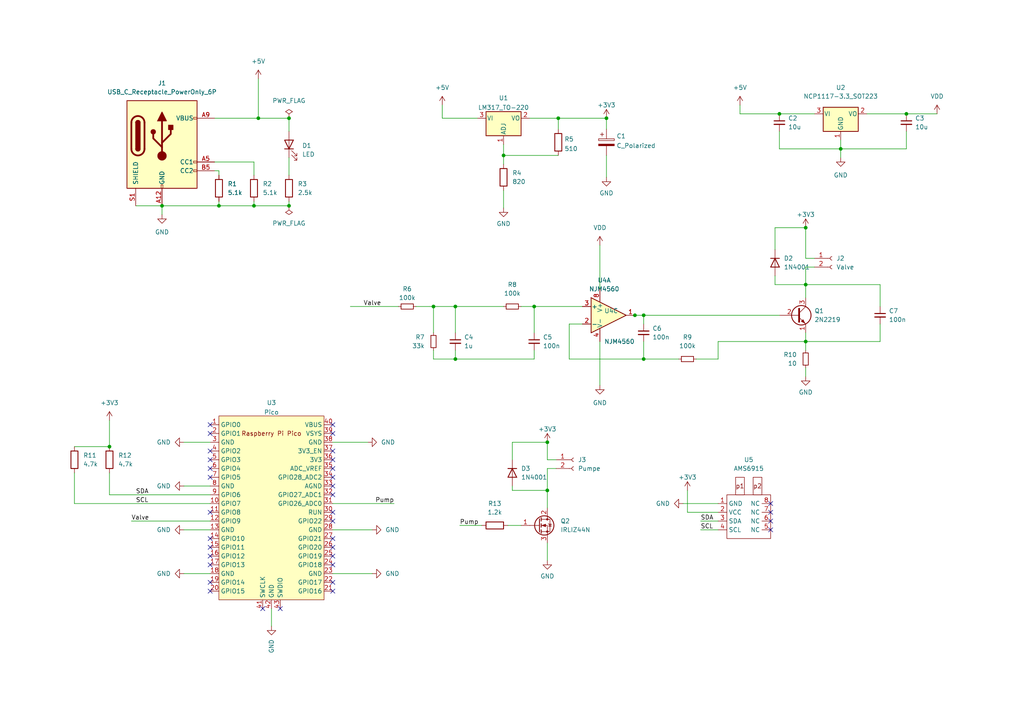
<source format=kicad_sch>
(kicad_sch (version 20230121) (generator eeschema)
  (paper "A4")
  (title_block (date "2024-01-21"))
  (lib_symbols
    (symbol "+5V_1" (power) (pin_names (offset 0))
      (property "Value" "+5V_1" (at 0 3.556 0))
      (symbol "+5V_1_0_1"
        (polyline (pts (xy -0.762 1.27) (xy 0 2.54)))
        (polyline (pts (xy 0 0) (xy 0 2.54)))
        (polyline (pts (xy 0 2.54) (xy 0.762 1.27)))
      )
      (symbol "+5V_1_1_1"
        (pin power_in line (at 0 0 90) (length 0) hide (name "+5V") (number "1"))
      )
    )
    (symbol "1N4001_1" (pin_numbers hide) (pin_names hide)
      (property "Reference" "D" (at 0 2.54 0))
      (property "Value" "1N4001" (at 0 -2.54 0))
      (symbol "1N4001_1_0_1"
        (polyline (pts (xy -1.27 1.27) (xy -1.27 -1.27)) (stroke (width 0.254)))
        (polyline (pts (xy 1.27 0) (xy -1.27 0)))
        (polyline (pts (xy 1.27 1.27) (xy 1.27 -1.27) (xy -1.27 0) (xy 1.27 1.27)) (stroke (width 0.254)))
      )
      (symbol "1N4001_1_1_1"
        (pin passive line (at -3.81 0 0) (length 2.54) (name "K") (number "1"))
        (pin passive line (at 3.81 0 180) (length 2.54) (name "A") (number "2"))
      )
    )
    (symbol "Amplifier_Operational:NJM4560" (pin_names (offset 0.127))
      (property "Reference" "U" (at 0 5.08 0))
      (property "Value" "NJM4560" (at 0 -5.08 0))
      (symbol "NJM4560_1_1"
        (polyline (pts (xy -5.08 5.08) (xy 5.08 0) (xy -5.08 -5.08) (xy -5.08 5.08)) (stroke (width 0.254)) (fill (type background)))
        (pin output line (at 7.62 0 180) (length 2.54) (name "~") (number "1"))
        (pin input line (at -7.62 -2.54 0) (length 2.54) (name "-") (number "2"))
        (pin input line (at -7.62 2.54 0) (length 2.54) (name "+") (number "3"))
      )
      (symbol "NJM4560_2_1"
        (polyline (pts (xy -5.08 5.08) (xy 5.08 0) (xy -5.08 -5.08) (xy -5.08 5.08)) (stroke (width 0.254)) (fill (type background)))
        (pin input line (at -7.62 2.54 0) (length 2.54) (name "+") (number "5"))
        (pin input line (at -7.62 -2.54 0) (length 2.54) (name "-") (number "6"))
        (pin output line (at 7.62 0 180) (length 2.54) (name "~") (number "7"))
      )
      (symbol "NJM4560_3_1"
        (pin power_in line (at -2.54 -7.62 90) (length 3.81) (name "V-") (number "4"))
        (pin power_in line (at -2.54 7.62 270) (length 3.81) (name "V+") (number "8"))
      )
    )
    (symbol "Connector:Conn_01x02_Female" (pin_names (offset 1.016) hide)
      (property "Reference" "J" (at 0 2.54 0))
      (property "Value" "Conn_01x02_Female" (at 0 -5.08 0))
      (symbol "Conn_01x02_Female_1_1"
        (arc (start 0 -2.032) (mid -0.5058 -2.54) (end 0 -3.048) (stroke (width 0.1524)))
        (polyline (pts (xy -1.27 -2.54) (xy -0.508 -2.54)) (stroke (width 0.1524)))
        (polyline (pts (xy -1.27 0) (xy -0.508 0)) (stroke (width 0.1524)))
        (arc (start 0 0.508) (mid -0.5058 0) (end 0 -0.508) (stroke (width 0.1524)))
        (pin passive line (at -5.08 0 0) (length 3.81) (name "Pin_1") (number "1"))
        (pin passive line (at -5.08 -2.54 0) (length 3.81) (name "Pin_2") (number "2"))
      )
    )
    (symbol "Connector:Conn_01x02_Socket" (pin_names (offset 1.016) hide)
      (property "Reference" "J" (at 0 2.54 0))
      (property "Value" "Conn_01x02_Socket" (at 0 -5.08 0))
      (symbol "Conn_01x02_Socket_1_1"
        (arc (start 0 -2.032) (mid -0.5058 -2.54) (end 0 -3.048) (stroke (width 0.1524)))
        (polyline (pts (xy -1.27 -2.54) (xy -0.508 -2.54)) (stroke (width 0.1524)))
        (polyline (pts (xy -1.27 0) (xy -0.508 0)) (stroke (width 0.1524)))
        (arc (start 0 0.508) (mid -0.5058 0) (end 0 -0.508) (stroke (width 0.1524)))
        (pin passive line (at -5.08 0 0) (length 3.81) (name "Pin_1") (number "1"))
        (pin passive line (at -5.08 -2.54 0) (length 3.81) (name "Pin_2") (number "2"))
      )
    )
    (symbol "Connector:USB_C_Receptacle_PowerOnly_6P" (pin_names (offset 1.016))
      (property "Reference" "J" (at 0 16.51 0))
      (property "Value" "USB_C_Receptacle_PowerOnly_6P" (at 0 13.97 0))
      (symbol "USB_C_Receptacle_PowerOnly_6P_0_0"
        (rectangle (start -0.254 -12.7) (end 0.254 -11.684))
        (rectangle (start 10.16 -7.366) (end 9.144 -7.874))
        (rectangle (start 10.16 -4.826) (end 9.144 -5.334))
        (rectangle (start 10.16 7.874) (end 9.144 7.366))
      )
      (symbol "USB_C_Receptacle_PowerOnly_6P_0_1"
        (rectangle (start -10.16 12.7) (end 10.16 -12.7) (stroke (width 0.254)) (fill (type background)))
        (arc (start -8.89 -1.27) (mid -6.985 -3.1667) (end -5.08 -1.27) (stroke (width 0.508)))
        (arc (start -7.62 -1.27) (mid -6.985 -1.9023) (end -6.35 -1.27) (stroke (width 0.254)))
        (arc (start -7.62 -1.27) (mid -6.985 -1.9023) (end -6.35 -1.27) (stroke (width 0.254)) (fill (type outline)))
        (rectangle (start -7.62 -1.27) (end -6.35 6.35) (stroke (width 0.254)) (fill (type outline)))
        (arc (start -6.35 6.35) (mid -6.985 6.9823) (end -7.62 6.35) (stroke (width 0.254)))
        (arc (start -6.35 6.35) (mid -6.985 6.9823) (end -7.62 6.35) (stroke (width 0.254)) (fill (type outline)))
        (arc (start -5.08 6.35) (mid -6.985 8.2467) (end -8.89 6.35) (stroke (width 0.508)))
        (circle (center -2.54 3.683) (radius 0.635) (stroke (width 0.254)) (fill (type outline)))
        (circle (center 0 -3.302) (radius 1.27) (fill (type outline)))
        (polyline (pts (xy -8.89 -1.27) (xy -8.89 6.35)) (stroke (width 0.508)))
        (polyline (pts (xy -5.08 6.35) (xy -5.08 -1.27)) (stroke (width 0.508)))
        (polyline (pts (xy 0 -3.302) (xy 0 6.858)) (stroke (width 0.508)))
        (polyline (pts (xy 0 -0.762) (xy -2.54 1.778) (xy -2.54 3.048)) (stroke (width 0.508)))
        (polyline (pts (xy 0 0.508) (xy 2.54 3.048) (xy 2.54 4.318)) (stroke (width 0.508)))
        (polyline (pts (xy -1.27 6.858) (xy 0 9.398) (xy 1.27 6.858) (xy -1.27 6.858)) (stroke (width 0.254)) (fill (type outline)))
        (rectangle (start 1.905 4.318) (end 3.175 5.588) (stroke (width 0.254)) (fill (type outline)))
      )
      (symbol "USB_C_Receptacle_PowerOnly_6P_1_1"
        (pin passive line (at 0 -17.78 90) (length 5.08) (name "GND") (number "A12"))
        (pin bidirectional line (at 15.24 -5.08 180) (length 5.08) (name "CC1") (number "A5"))
        (pin passive line (at 15.24 7.62 180) (length 5.08) (name "VBUS") (number "A9"))
        (pin passive line (at 0 -17.78 90) (length 5.08) hide (name "GND") (number "B12"))
        (pin bidirectional line (at 15.24 -7.62 180) (length 5.08) (name "CC2") (number "B5"))
        (pin passive line (at 15.24 7.62 180) (length 5.08) hide (name "VBUS") (number "B9"))
        (pin passive line (at -7.62 -17.78 90) (length 5.08) (name "SHIELD") (number "S1"))
      )
    )
    (symbol "Device:C_Polarized" (pin_numbers hide) (pin_names (offset 0.254))
      (property "Reference" "C" (at 0.635 2.54 0))
      (property "Value" "C_Polarized" (at 0.635 -2.54 0))
      (symbol "C_Polarized_0_1"
        (rectangle (start -2.286 0.508) (end 2.286 1.016))
        (polyline (pts (xy -1.778 2.286) (xy -0.762 2.286)))
        (polyline (pts (xy -1.27 2.794) (xy -1.27 1.778)))
        (rectangle (start 2.286 -0.508) (end -2.286 -1.016) (fill (type outline)))
      )
      (symbol "C_Polarized_1_1"
        (pin passive line (at 0 3.81 270) (length 2.794) (name "~") (number "1"))
        (pin passive line (at 0 -3.81 90) (length 2.794) (name "~") (number "2"))
      )
    )
    (symbol "Device:C_Small" (pin_numbers hide) (pin_names (offset 0.254) hide)
      (property "Reference" "C" (at 0.254 1.778 0))
      (property "Value" "C_Small" (at 0.254 -2.032 0))
      (symbol "C_Small_0_1"
        (polyline (pts (xy -1.524 -0.508) (xy 1.524 -0.508)) (stroke (width 0.3302)))
        (polyline (pts (xy -1.524 0.508) (xy 1.524 0.508)) (stroke (width 0.3048)))
      )
      (symbol "C_Small_1_1"
        (pin passive line (at 0 2.54 270) (length 2.032) (name "~") (number "1"))
        (pin passive line (at 0 -2.54 90) (length 2.032) (name "~") (number "2"))
      )
    )
    (symbol "Device:LED" (pin_numbers hide) (pin_names (offset 1.016) hide)
      (property "Reference" "D" (at 0 2.54 0))
      (property "Value" "LED" (at 0 -2.54 0))
      (symbol "LED_0_1"
        (polyline (pts (xy -1.27 -1.27) (xy -1.27 1.27)) (stroke (width 0.254)))
        (polyline (pts (xy -1.27 0) (xy 1.27 0)))
        (polyline (pts (xy 1.27 -1.27) (xy 1.27 1.27) (xy -1.27 0) (xy 1.27 -1.27)) (stroke (width 0.254)))
        (polyline (pts (xy -3.048 -0.762) (xy -4.572 -2.286) (xy -3.81 -2.286) (xy -4.572 -2.286) (xy -4.572 -1.524)))
        (polyline (pts (xy -1.778 -0.762) (xy -3.302 -2.286) (xy -2.54 -2.286) (xy -3.302 -2.286) (xy -3.302 -1.524)))
      )
      (symbol "LED_1_1"
        (pin passive line (at -3.81 0 0) (length 2.54) (name "K") (number "1"))
        (pin passive line (at 3.81 0 180) (length 2.54) (name "A") (number "2"))
      )
    )
    (symbol "Device:R" (pin_numbers hide) (pin_names (offset 0))
      (property "Reference" "R" (at 2.032 0 90))
      (property "Value" "R" (at 0 0 90))
      (symbol "R_0_1"
        (rectangle (start -1.016 -2.54) (end 1.016 2.54) (stroke (width 0.254)))
      )
      (symbol "R_1_1"
        (pin passive line (at 0 3.81 270) (length 1.27) (name "~") (number "1"))
        (pin passive line (at 0 -3.81 90) (length 1.27) (name "~") (number "2"))
      )
    )
    (symbol "Device:R_Small" (pin_numbers hide) (pin_names (offset 0.254) hide)
      (property "Reference" "R" (at 0.762 0.508 0))
      (property "Value" "R_Small" (at 0.762 -1.016 0))
      (symbol "R_Small_0_1"
        (rectangle (start -0.762 1.778) (end 0.762 -1.778) (stroke (width 0.2032)))
      )
      (symbol "R_Small_1_1"
        (pin passive line (at 0 2.54 270) (length 0.762) (name "~") (number "1"))
        (pin passive line (at 0 -2.54 90) (length 0.762) (name "~") (number "2"))
      )
    )
    (symbol "Diode:1N4001" (pin_numbers hide) (pin_names hide)
      (property "Reference" "D" (at 0 2.54 0))
      (property "Value" "1N4001" (at 0 -2.54 0))
      (symbol "1N4001_0_1"
        (polyline (pts (xy -1.27 1.27) (xy -1.27 -1.27)) (stroke (width 0.254)))
        (polyline (pts (xy 1.27 0) (xy -1.27 0)))
        (polyline (pts (xy 1.27 1.27) (xy 1.27 -1.27) (xy -1.27 0) (xy 1.27 1.27)) (stroke (width 0.254)))
      )
      (symbol "1N4001_1_1"
        (pin passive line (at -3.81 0 0) (length 2.54) (name "K") (number "1"))
        (pin passive line (at 3.81 0 180) (length 2.54) (name "A") (number "2"))
      )
    )
    (symbol "GND_1" (power) (pin_names (offset 0))
      (property "Value" "GND_1" (at 0 -3.81 0))
      (symbol "GND_1_0_1"
        (polyline (pts (xy 0 0) (xy 0 -1.27) (xy 1.27 -1.27) (xy 0 -2.54) (xy -1.27 -1.27) (xy 0 -1.27)))
      )
      (symbol "GND_1_1_1"
        (pin power_in line (at 0 0 270) (length 0) hide (name "GND") (number "1"))
      )
    )
    (symbol "GND_2" (power) (pin_names (offset 0))
      (property "Value" "GND_2" (at 0 -3.81 0))
      (symbol "GND_2_0_1"
        (polyline (pts (xy 0 0) (xy 0 -1.27) (xy 1.27 -1.27) (xy 0 -2.54) (xy -1.27 -1.27) (xy 0 -1.27)))
      )
      (symbol "GND_2_1_1"
        (pin power_in line (at 0 0 270) (length 0) hide (name "GND") (number "1"))
      )
    )
    (symbol "GND_3" (power) (pin_names (offset 0))
      (property "Value" "GND_3" (at 0 -3.81 0))
      (symbol "GND_3_0_1"
        (polyline (pts (xy 0 0) (xy 0 -1.27) (xy 1.27 -1.27) (xy 0 -2.54) (xy -1.27 -1.27) (xy 0 -1.27)))
      )
      (symbol "GND_3_1_1"
        (pin power_in line (at 0 0 270) (length 0) hide (name "GND") (number "1"))
      )
    )
    (symbol "GND_4" (power) (pin_names (offset 0))
      (property "Value" "GND_4" (at 0 -3.81 0))
      (symbol "GND_4_0_1"
        (polyline (pts (xy 0 0) (xy 0 -1.27) (xy 1.27 -1.27) (xy 0 -2.54) (xy -1.27 -1.27) (xy 0 -1.27)))
      )
      (symbol "GND_4_1_1"
        (pin power_in line (at 0 0 270) (length 0) hide (name "GND") (number "1"))
      )
    )
    (symbol "MCU_RaspberryPi_and_Boards:Pico"
      (property "Reference" "U" (at -13.97 27.94 0))
      (property "Value" "Pico" (at 0 19.05 0))
      (symbol "Pico_0_0"
        (text "Raspberry Pi Pico" (at 0 21.59 0) (effects (font (size 1.27 1.27))))
      )
      (symbol "Pico_0_1"
        (rectangle (start -15.24 26.67) (end 15.24 -26.67) (fill (type background)))
      )
      (symbol "Pico_1_1"
        (pin bidirectional line (at -17.78 24.13 0) (length 2.54) (name "GPIO0") (number "1"))
        (pin bidirectional line (at -17.78 1.27 0) (length 2.54) (name "GPIO7") (number "10"))
        (pin bidirectional line (at -17.78 -1.27 0) (length 2.54) (name "GPIO8") (number "11"))
        (pin bidirectional line (at -17.78 -3.81 0) (length 2.54) (name "GPIO9") (number "12"))
        (pin power_in line (at -17.78 -6.35 0) (length 2.54) (name "GND") (number "13"))
        (pin bidirectional line (at -17.78 -8.89 0) (length 2.54) (name "GPIO10") (number "14"))
        (pin bidirectional line (at -17.78 -11.43 0) (length 2.54) (name "GPIO11") (number "15"))
        (pin bidirectional line (at -17.78 -13.97 0) (length 2.54) (name "GPIO12") (number "16"))
        (pin bidirectional line (at -17.78 -16.51 0) (length 2.54) (name "GPIO13") (number "17"))
        (pin power_in line (at -17.78 -19.05 0) (length 2.54) (name "GND") (number "18"))
        (pin bidirectional line (at -17.78 -21.59 0) (length 2.54) (name "GPIO14") (number "19"))
        (pin bidirectional line (at -17.78 21.59 0) (length 2.54) (name "GPIO1") (number "2"))
        (pin bidirectional line (at -17.78 -24.13 0) (length 2.54) (name "GPIO15") (number "20"))
        (pin bidirectional line (at 17.78 -24.13 180) (length 2.54) (name "GPIO16") (number "21"))
        (pin bidirectional line (at 17.78 -21.59 180) (length 2.54) (name "GPIO17") (number "22"))
        (pin power_in line (at 17.78 -19.05 180) (length 2.54) (name "GND") (number "23"))
        (pin bidirectional line (at 17.78 -16.51 180) (length 2.54) (name "GPIO18") (number "24"))
        (pin bidirectional line (at 17.78 -13.97 180) (length 2.54) (name "GPIO19") (number "25"))
        (pin bidirectional line (at 17.78 -11.43 180) (length 2.54) (name "GPIO20") (number "26"))
        (pin bidirectional line (at 17.78 -8.89 180) (length 2.54) (name "GPIO21") (number "27"))
        (pin power_in line (at 17.78 -6.35 180) (length 2.54) (name "GND") (number "28"))
        (pin bidirectional line (at 17.78 -3.81 180) (length 2.54) (name "GPIO22") (number "29"))
        (pin power_in line (at -17.78 19.05 0) (length 2.54) (name "GND") (number "3"))
        (pin input line (at 17.78 -1.27 180) (length 2.54) (name "RUN") (number "30"))
        (pin bidirectional line (at 17.78 1.27 180) (length 2.54) (name "GPIO26_ADC0") (number "31"))
        (pin bidirectional line (at 17.78 3.81 180) (length 2.54) (name "GPIO27_ADC1") (number "32"))
        (pin power_in line (at 17.78 6.35 180) (length 2.54) (name "AGND") (number "33"))
        (pin bidirectional line (at 17.78 8.89 180) (length 2.54) (name "GPIO28_ADC2") (number "34"))
        (pin power_in line (at 17.78 11.43 180) (length 2.54) (name "ADC_VREF") (number "35"))
        (pin power_in line (at 17.78 13.97 180) (length 2.54) (name "3V3") (number "36"))
        (pin input line (at 17.78 16.51 180) (length 2.54) (name "3V3_EN") (number "37"))
        (pin bidirectional line (at 17.78 19.05 180) (length 2.54) (name "GND") (number "38"))
        (pin power_in line (at 17.78 21.59 180) (length 2.54) (name "VSYS") (number "39"))
        (pin bidirectional line (at -17.78 16.51 0) (length 2.54) (name "GPIO2") (number "4"))
        (pin power_in line (at 17.78 24.13 180) (length 2.54) (name "VBUS") (number "40"))
        (pin input line (at -2.54 -29.21 90) (length 2.54) (name "SWCLK") (number "41"))
        (pin power_in line (at 0 -29.21 90) (length 2.54) (name "GND") (number "42"))
        (pin bidirectional line (at 2.54 -29.21 90) (length 2.54) (name "SWDIO") (number "43"))
        (pin bidirectional line (at -17.78 13.97 0) (length 2.54) (name "GPIO3") (number "5"))
        (pin bidirectional line (at -17.78 11.43 0) (length 2.54) (name "GPIO4") (number "6"))
        (pin bidirectional line (at -17.78 8.89 0) (length 2.54) (name "GPIO5") (number "7"))
        (pin power_in line (at -17.78 6.35 0) (length 2.54) (name "GND") (number "8"))
        (pin bidirectional line (at -17.78 3.81 0) (length 2.54) (name "GPIO6") (number "9"))
      )
    )
    (symbol "Regulator_Linear:LM317_TO-220" (pin_names (offset 0.254))
      (property "Reference" "U" (at -3.81 3.175 0))
      (property "Value" "LM317_TO-220" (at 0 3.175 0))
      (symbol "LM317_TO-220_0_1"
        (rectangle (start -5.08 1.905) (end 5.08 -5.08) (stroke (width 0.254)) (fill (type background)))
      )
      (symbol "LM317_TO-220_1_1"
        (pin input line (at 0 -7.62 90) (length 2.54) (name "ADJ") (number "1"))
        (pin power_out line (at 7.62 0 180) (length 2.54) (name "VO") (number "2"))
        (pin power_in line (at -7.62 0 0) (length 2.54) (name "VI") (number "3"))
      )
    )
    (symbol "Regulator_Linear:NCP1117-3.3_SOT223" (pin_names (offset 0.254))
      (property "Reference" "U" (at -3.81 3.175 0))
      (property "Value" "NCP1117-3.3_SOT223" (at 0 3.175 0))
      (symbol "NCP1117-3.3_SOT223_0_1"
        (rectangle (start -5.08 -5.08) (end 5.08 1.905) (stroke (width 0.254)) (fill (type background)))
      )
      (symbol "NCP1117-3.3_SOT223_1_1"
        (pin power_in line (at 0 -7.62 90) (length 2.54) (name "GND") (number "1"))
        (pin power_out line (at 7.62 0 180) (length 2.54) (name "VO") (number "2"))
        (pin power_in line (at -7.62 0 0) (length 2.54) (name "VI") (number "3"))
      )
    )
    (symbol "Symbols:AMS6915"
      (property "Reference" "U" (at 0 8.89 0))
      (property "Value" "AMS6915" (at 1.27 -13.97 0))
      (symbol "AMS6915_0_0"
        (text "p1" (at -1.27 2.54 0) (effects (font (size 1.27 1.27))))
        (text "p2" (at 3.81 2.54 0) (effects (font (size 1.27 1.27))))
      )
      (symbol "AMS6915_0_1"
        (rectangle (start -5.08 0) (end 7.62 -12.7) (stroke (width 0.1524)))
        (rectangle (start -2.54 0) (end 0 5.08) (stroke (width 0.1524)))
        (rectangle (start 2.54 0) (end 5.08 5.08) (stroke (width 0.1524)))
      )
      (symbol "AMS6915_1_1"
        (pin passive line (at -7.62 -2.54 0) (length 2.54) (name "GND") (number "1"))
        (pin passive line (at -7.62 -5.08 0) (length 2.54) (name "VCC") (number "2"))
        (pin passive line (at -7.62 -7.62 0) (length 2.54) (name "SDA") (number "3"))
        (pin passive line (at -7.62 -10.16 0) (length 2.54) (name "SCL") (number "4"))
        (pin passive line (at 7.62 -10.16 180) (length 2.54) (name "NC") (number "5"))
        (pin passive line (at 7.62 -7.62 180) (length 2.54) (name "NC") (number "6"))
        (pin passive line (at 7.62 -5.08 180) (length 2.54) (name "NC") (number "7"))
        (pin passive line (at 7.62 -2.54 180) (length 2.54) (name "NC") (number "8"))
      )
    )
    (symbol "Transistor_BJT:2N2219" (pin_names (offset 0) hide)
      (property "Reference" "Q" (at 5.08 1.905 0))
      (property "Value" "2N2219" (at 5.08 0 0))
      (symbol "2N2219_0_1"
        (polyline (pts (xy 0.635 0.635) (xy 2.54 2.54)))
        (polyline (pts (xy 0.635 -0.635) (xy 2.54 -2.54) (xy 2.54 -2.54)))
        (polyline (pts (xy 0.635 1.905) (xy 0.635 -1.905) (xy 0.635 -1.905)) (stroke (width 0.508)))
        (polyline (pts (xy 1.27 -1.778) (xy 1.778 -1.27) (xy 2.286 -2.286) (xy 1.27 -1.778) (xy 1.27 -1.778)) (fill (type outline)))
        (circle (center 1.27 0) (radius 2.8194) (stroke (width 0.254)))
      )
      (symbol "2N2219_1_1"
        (pin passive line (at 2.54 -5.08 90) (length 2.54) (name "E") (number "1"))
        (pin passive line (at -5.08 0 0) (length 5.715) (name "B") (number "2"))
        (pin passive line (at 2.54 5.08 270) (length 2.54) (name "C") (number "3"))
      )
    )
    (symbol "Transistor_FET:IRLIZ44N" (pin_names hide)
      (property "Reference" "Q" (at 6.35 1.905 0))
      (property "Value" "IRLIZ44N" (at 6.35 0 0))
      (symbol "IRLIZ44N_0_1"
        (polyline (pts (xy 0.254 0) (xy -2.54 0)))
        (polyline (pts (xy 0.254 1.905) (xy 0.254 -1.905)) (stroke (width 0.254)))
        (polyline (pts (xy 0.762 -1.27) (xy 0.762 -2.286)) (stroke (width 0.254)))
        (polyline (pts (xy 0.762 0.508) (xy 0.762 -0.508)) (stroke (width 0.254)))
        (polyline (pts (xy 0.762 2.286) (xy 0.762 1.27)) (stroke (width 0.254)))
        (polyline (pts (xy 2.54 2.54) (xy 2.54 1.778)))
        (polyline (pts (xy 2.54 -2.54) (xy 2.54 0) (xy 0.762 0)))
        (polyline (pts (xy 0.762 -1.778) (xy 3.302 -1.778) (xy 3.302 1.778) (xy 0.762 1.778)))
        (polyline (pts (xy 1.016 0) (xy 2.032 0.381) (xy 2.032 -0.381) (xy 1.016 0)) (fill (type outline)))
        (polyline (pts (xy 2.794 0.508) (xy 2.921 0.381) (xy 3.683 0.381) (xy 3.81 0.254)))
        (polyline (pts (xy 3.302 0.381) (xy 2.921 -0.254) (xy 3.683 -0.254) (xy 3.302 0.381)))
        (circle (center 1.651 0) (radius 2.794) (stroke (width 0.254)))
        (circle (center 2.54 -1.778) (radius 0.254) (fill (type outline)))
        (circle (center 2.54 1.778) (radius 0.254) (fill (type outline)))
      )
      (symbol "IRLIZ44N_1_1"
        (pin input line (at -5.08 0 0) (length 2.54) (name "G") (number "1"))
        (pin passive line (at 2.54 5.08 270) (length 2.54) (name "D") (number "2"))
        (pin passive line (at 2.54 -5.08 90) (length 2.54) (name "S") (number "3"))
      )
    )
    (symbol "VDD_1" (power) (pin_names (offset 0))
      (property "Value" "VDD_1" (at 0 3.81 0))
      (symbol "VDD_1_0_1"
        (polyline (pts (xy -0.762 1.27) (xy 0 2.54)))
        (polyline (pts (xy 0 0) (xy 0 2.54)))
        (polyline (pts (xy 0 2.54) (xy 0.762 1.27)))
      )
      (symbol "VDD_1_1_1"
        (pin power_in line (at 0 0 90) (length 0) hide (name "VDD") (number "1"))
      )
    )
    (symbol "power:+3V3" (power) (pin_names (offset 0))
      (property "Value" "+3V3" (at 0 3.556 0))
      (symbol "+3V3_0_1"
        (polyline (pts (xy -0.762 1.27) (xy 0 2.54)))
        (polyline (pts (xy 0 0) (xy 0 2.54)))
        (polyline (pts (xy 0 2.54) (xy 0.762 1.27)))
      )
      (symbol "+3V3_1_1"
        (pin power_in line (at 0 0 90) (length 0) hide (name "+3V3") (number "1"))
      )
    )
    (symbol "power:+5V" (power) (pin_names (offset 0))
      (property "Value" "+5V" (at 0 3.556 0))
      (symbol "+5V_0_1"
        (polyline (pts (xy -0.762 1.27) (xy 0 2.54)))
        (polyline (pts (xy 0 0) (xy 0 2.54)))
        (polyline (pts (xy 0 2.54) (xy 0.762 1.27)))
      )
      (symbol "+5V_1_1"
        (pin power_in line (at 0 0 90) (length 0) hide (name "+5V") (number "1"))
      )
    )
    (symbol "power:GND" (power) (pin_names (offset 0))
      (property "Value" "GND" (at 0 -3.81 0))
      (symbol "GND_0_1"
        (polyline (pts (xy 0 0) (xy 0 -1.27) (xy 1.27 -1.27) (xy 0 -2.54) (xy -1.27 -1.27) (xy 0 -1.27)))
      )
      (symbol "GND_1_1"
        (pin power_in line (at 0 0 270) (length 0) hide (name "GND") (number "1"))
      )
    )
    (symbol "power:PWR_FLAG" (power) (pin_numbers hide) (pin_names (offset 0) hide)
      (property "Value" "PWR_FLAG" (at 0 3.81 0))
      (symbol "PWR_FLAG_0_0"
        (pin power_out line (at 0 0 90) (length 0) (name "pwr") (number "1"))
      )
      (symbol "PWR_FLAG_0_1"
        (polyline (pts (xy 0 0) (xy 0 1.27) (xy -1.016 1.905) (xy 0 2.54) (xy 1.016 1.905) (xy 0 1.27)))
      )
    )
    (symbol "power:VDD" (power) (pin_names (offset 0))
      (property "Value" "VDD" (at 0 3.81 0))
      (symbol "VDD_0_1"
        (polyline (pts (xy -0.762 1.27) (xy 0 2.54)))
        (polyline (pts (xy 0 0) (xy 0 2.54)))
        (polyline (pts (xy 0 2.54) (xy 0.762 1.27)))
      )
      (symbol "VDD_1_1"
        (pin power_in line (at 0 0 90) (length 0) hide (name "VDD") (number "1"))
      )
    )
  )
  (junction (at 226.06 33.02))
  (junction (at 158.75 128.27))
  (junction (at 262.89 33.02))
  (junction (at 175.895 34.29))
  (junction (at 233.68 66.04))
  (junction (at 243.84 43.18))
  (junction (at 132.08 104.14))
  (junction (at 132.08 88.9))
  (junction (at 158.75 142.24))
  (junction (at 31.75 129.54))
  (junction (at 125.73 88.9))
  (junction (at 83.82 34.29))
  (junction (at 186.69 104.14))
  (junction (at 161.925 34.29))
  (junction (at 73.66 59.69))
  (junction (at 233.68 99.06))
  (junction (at 184.15 91.44))
  (junction (at 146.05 45.085))
  (junction (at 63.5 59.69))
  (junction (at 46.99 59.69))
  (junction (at 74.93 34.29))
  (junction (at 83.82 59.69))
  (junction (at 233.68 82.55))
  (junction (at 154.94 88.9))
  (junction (at 186.69 91.44))
  (no_connect (at 223.52 153.67))
  (no_connect (at 96.52 138.43))
  (no_connect (at 60.96 168.91))
  (no_connect (at 96.52 171.45))
  (no_connect (at 60.96 135.89))
  (no_connect (at 60.96 161.29))
  (no_connect (at 81.28 176.53))
  (no_connect (at 96.52 158.75))
  (no_connect (at 96.52 140.97))
  (no_connect (at 96.52 133.35))
  (no_connect (at 96.52 123.19))
  (no_connect (at 223.52 151.13))
  (no_connect (at 96.52 161.29))
  (no_connect (at 96.52 148.59))
  (no_connect (at 60.96 148.59))
  (no_connect (at 60.96 133.35))
  (no_connect (at 60.96 130.81))
  (no_connect (at 223.52 148.59))
  (no_connect (at 60.96 123.19))
  (no_connect (at 96.52 156.21))
  (no_connect (at 60.96 158.75))
  (no_connect (at 76.2 176.53))
  (no_connect (at 96.52 163.83))
  (no_connect (at 96.52 143.51))
  (no_connect (at 96.52 130.81))
  (no_connect (at 60.96 138.43))
  (no_connect (at 96.52 168.91))
  (no_connect (at 223.52 146.05))
  (no_connect (at 96.52 135.89))
  (no_connect (at 60.96 125.73))
  (no_connect (at 60.96 156.21))
  (no_connect (at 60.96 171.45))
  (no_connect (at 96.52 125.73))
  (no_connect (at 96.52 151.13))
  (no_connect (at 60.96 163.83))
  (wire (pts (xy 146.05 45.085) (xy 146.05 41.91)))
  (wire (pts (xy 63.5 58.42) (xy 63.5 59.69)))
  (wire (pts (xy 78.74 181.61) (xy 78.74 176.53)))
  (wire (pts (xy 255.27 88.9) (xy 255.27 82.55)))
  (wire (pts (xy 133.35 152.4) (xy 139.7 152.4)))
  (wire (pts (xy 255.27 93.98) (xy 255.27 99.06)))
  (wire (pts (xy 62.23 46.99) (xy 73.66 46.99)))
  (wire (pts (xy 158.75 133.35) (xy 161.29 133.35)))
  (wire (pts (xy 173.99 71.12) (xy 173.99 83.82)))
  (wire (pts (xy 224.79 72.39) (xy 224.79 66.04)))
  (wire (pts (xy 236.22 77.47) (xy 233.68 77.47)))
  (wire (pts (xy 226.06 43.18) (xy 243.84 43.18)))
  (wire (pts (xy 158.75 142.24) (xy 158.75 147.32)))
  (wire (pts (xy 128.27 34.29) (xy 138.43 34.29)))
  (wire (pts (xy 226.06 33.02) (xy 236.22 33.02)))
  (wire (pts (xy 153.67 34.29) (xy 161.925 34.29)))
  (wire (pts (xy 154.94 88.9) (xy 168.91 88.9)))
  (wire (pts (xy 83.82 58.42) (xy 83.82 59.69)))
  (wire (pts (xy 186.69 91.44) (xy 226.06 91.44)))
  (wire (pts (xy 148.59 140.97) (xy 148.59 142.24)))
  (wire (pts (xy 203.2 153.67) (xy 208.28 153.67)))
  (wire (pts (xy 62.23 49.53) (xy 63.5 49.53)))
  (wire (pts (xy 173.99 99.06) (xy 173.99 111.76)))
  (wire (pts (xy 243.84 45.72) (xy 243.84 43.18)))
  (wire (pts (xy 154.94 101.6) (xy 154.94 104.14)))
  (wire (pts (xy 262.89 43.18) (xy 243.84 43.18)))
  (wire (pts (xy 154.94 104.14) (xy 132.08 104.14)))
  (wire (pts (xy 154.94 96.52) (xy 154.94 88.9)))
  (wire (pts (xy 158.75 157.48) (xy 158.75 162.56)))
  (wire (pts (xy 125.73 101.6) (xy 125.73 104.14)))
  (wire (pts (xy 233.68 106.68) (xy 233.68 109.22)))
  (wire (pts (xy 251.46 33.02) (xy 262.89 33.02)))
  (wire (pts (xy 199.39 142.24) (xy 199.39 148.59)))
  (wire (pts (xy 128.27 30.48) (xy 128.27 34.29)))
  (wire (pts (xy 101.6 88.9) (xy 115.57 88.9)))
  (wire (pts (xy 96.52 128.27) (xy 106.68 128.27)))
  (wire (pts (xy 107.95 153.67) (xy 96.52 153.67)))
  (wire (pts (xy 73.66 46.99) (xy 73.66 50.8)))
  (wire (pts (xy 161.925 45.085) (xy 146.05 45.085)))
  (wire (pts (xy 132.08 88.9) (xy 132.08 96.52)))
  (wire (pts (xy 96.52 146.05) (xy 114.3 146.05)))
  (wire (pts (xy 125.73 104.14) (xy 132.08 104.14)))
  (wire (pts (xy 125.73 88.9) (xy 132.08 88.9)))
  (wire (pts (xy 74.93 34.29) (xy 83.82 34.29)))
  (wire (pts (xy 262.89 33.02) (xy 271.78 33.02)))
  (wire (pts (xy 53.34 166.37) (xy 60.96 166.37)))
  (wire (pts (xy 233.68 96.52) (xy 233.68 99.06)))
  (wire (pts (xy 53.34 140.97) (xy 60.96 140.97)))
  (wire (pts (xy 224.79 66.04) (xy 233.68 66.04)))
  (wire (pts (xy 73.66 59.69) (xy 83.82 59.69)))
  (wire (pts (xy 255.27 99.06) (xy 233.68 99.06)))
  (wire (pts (xy 107.95 166.37) (xy 96.52 166.37)))
  (wire (pts (xy 233.68 66.04) (xy 233.68 74.93)))
  (wire (pts (xy 146.05 45.085) (xy 146.05 47.625)))
  (wire (pts (xy 186.69 91.44) (xy 186.69 93.98)))
  (wire (pts (xy 147.32 152.4) (xy 151.13 152.4)))
  (wire (pts (xy 21.59 146.05) (xy 21.59 137.16)))
  (wire (pts (xy 201.93 104.14) (xy 208.28 104.14)))
  (wire (pts (xy 125.73 88.9) (xy 125.73 96.52)))
  (wire (pts (xy 165.1 93.98) (xy 165.1 104.14)))
  (wire (pts (xy 203.2 151.13) (xy 208.28 151.13)))
  (wire (pts (xy 161.925 34.29) (xy 175.895 34.29)))
  (wire (pts (xy 53.34 153.67) (xy 60.96 153.67)))
  (wire (pts (xy 243.84 43.18) (xy 243.84 40.64)))
  (wire (pts (xy 161.29 135.89) (xy 158.75 135.89)))
  (wire (pts (xy 62.23 34.29) (xy 74.93 34.29)))
  (wire (pts (xy 148.59 133.35) (xy 148.59 128.27)))
  (wire (pts (xy 175.895 51.435) (xy 175.895 45.085)))
  (wire (pts (xy 186.69 99.06) (xy 186.69 104.14)))
  (wire (pts (xy 214.63 30.48) (xy 214.63 33.02)))
  (wire (pts (xy 165.1 93.98) (xy 168.91 93.98)))
  (wire (pts (xy 233.68 82.55) (xy 233.68 86.36)))
  (wire (pts (xy 224.79 82.55) (xy 233.68 82.55)))
  (wire (pts (xy 38.1 151.13) (xy 60.96 151.13)))
  (wire (pts (xy 233.68 99.06) (xy 233.68 101.6)))
  (wire (pts (xy 132.08 88.9) (xy 146.05 88.9)))
  (wire (pts (xy 224.79 80.01) (xy 224.79 82.55)))
  (wire (pts (xy 255.27 82.55) (xy 233.68 82.55)))
  (wire (pts (xy 21.59 129.54) (xy 31.75 129.54)))
  (wire (pts (xy 74.93 22.86) (xy 74.93 34.29)))
  (wire (pts (xy 146.05 55.245) (xy 146.05 60.325)))
  (wire (pts (xy 73.66 58.42) (xy 73.66 59.69)))
  (wire (pts (xy 233.68 99.06) (xy 208.28 99.06)))
  (wire (pts (xy 63.5 59.69) (xy 73.66 59.69)))
  (wire (pts (xy 233.68 77.47) (xy 233.68 82.55)))
  (wire (pts (xy 39.37 59.69) (xy 46.99 59.69)))
  (wire (pts (xy 165.1 104.14) (xy 186.69 104.14)))
  (wire (pts (xy 262.89 38.1) (xy 262.89 43.18)))
  (wire (pts (xy 182.88 91.44) (xy 184.15 91.44)))
  (wire (pts (xy 226.06 38.1) (xy 226.06 43.18)))
  (wire (pts (xy 46.99 59.69) (xy 63.5 59.69)))
  (wire (pts (xy 208.28 99.06) (xy 208.28 104.14)))
  (wire (pts (xy 199.39 148.59) (xy 208.28 148.59)))
  (wire (pts (xy 63.5 49.53) (xy 63.5 50.8)))
  (wire (pts (xy 83.82 45.72) (xy 83.82 50.8)))
  (wire (pts (xy 186.69 104.14) (xy 196.85 104.14)))
  (wire (pts (xy 154.94 88.9) (xy 151.13 88.9)))
  (wire (pts (xy 132.08 104.14) (xy 132.08 101.6)))
  (wire (pts (xy 233.68 74.93) (xy 236.22 74.93)))
  (wire (pts (xy 161.925 34.29) (xy 161.925 37.465)))
  (wire (pts (xy 120.65 88.9) (xy 125.73 88.9)))
  (wire (pts (xy 53.34 128.27) (xy 60.96 128.27)))
  (wire (pts (xy 198.12 146.05) (xy 208.28 146.05)))
  (wire (pts (xy 148.59 128.27) (xy 158.75 128.27)))
  (wire (pts (xy 158.75 135.89) (xy 158.75 142.24)))
  (wire (pts (xy 148.59 142.24) (xy 158.75 142.24)))
  (wire (pts (xy 214.63 33.02) (xy 226.06 33.02)))
  (wire (pts (xy 184.15 91.44) (xy 186.69 91.44)))
  (wire (pts (xy 31.75 137.16) (xy 31.75 143.51)))
  (wire (pts (xy 46.99 62.23) (xy 46.99 59.69)))
  (wire (pts (xy 83.82 34.29) (xy 83.82 38.1)))
  (wire (pts (xy 31.75 121.92) (xy 31.75 129.54)))
  (wire (pts (xy 21.59 146.05) (xy 60.96 146.05)))
  (wire (pts (xy 158.75 128.27) (xy 158.75 133.35)))
  (wire (pts (xy 175.895 34.29) (xy 175.895 37.465)))
  (wire (pts (xy 31.75 143.51) (xy 60.96 143.51)))
  (label "SDA" (at 203.2 151.13 0))
  (label "SDA" (at 39.37 143.51 0))
  (label "SCL" (at 203.2 153.67 0))
  (label "Pump" (at 133.35 152.4 0))
  (label "Pump" (at 114.3 146.05 180))
  (label "Valve" (at 38.1 151.13 0))
  (label "Valve" (at 105.41 88.9 0))
  (label "SCL" (at 39.37 146.05 0))
  (symbol (lib_id "power:GND") (at 53.34 140.97 270) (unit 1)
    (property "Reference" "#PWR06" (effects hide))
    (property "Value" "GND" (at 49.53 140.9701 90) (effects (justify right)))
  )
  (symbol (lib_id "power:GND") (at 78.74 181.61 0) (unit 1)
    (property "Reference" "#PWR012" (effects hide))
    (property "Value" "GND" (at 78.7401 185.42 90) (effects (justify right)))
  )
  (symbol (lib_id "Device:C_Small") (at 186.69 96.52 0) (unit 1)
    (property "Reference" "C6" (at 189.23 95.2562 0) (effects (justify left)))
    (property "Value" "100n" (at 189.23 97.7962 0) (effects (justify left)))
    (property "Footprint" "Capacitor_SMD:CP_Elec_3x5.3" (effects hide))
  )
  (symbol (lib_id "power:GND") (at 106.68 128.27 90) (unit 1)
    (property "Reference" "#PWR016" (effects hide))
    (property "Value" "GND" (at 110.49 128.2699 90) (effects (justify right)))
  )
  (symbol (lib_id "Connector:Conn_01x02_Female") (at 166.37 133.35 0) (unit 1)
    (property "Reference" "J3" (at 167.64 133.35 0) (effects (justify left)))
    (property "Value" "Pumpe" (at 167.64 135.89 0) (effects (justify left)))
    (property "Footprint" "Connector_PinHeader_1.00mm:PinHeader_1x02_P1.00mm_Vertical" (effects hide))
  )
  (symbol (lib_id "Connector:Conn_01x02_Socket") (at 241.3 74.93 0) (unit 1)
    (property "Reference" "J2" (at 242.57 74.93 0) (effects (justify left)))
    (property "Value" "Valve" (at 242.57 77.47 0) (effects (justify left)))
    (property "Footprint" "Connector_PinHeader_1.00mm:PinHeader_1x02_P1.00mm_Vertical" (effects hide))
  )
  (symbol (lib_id "Device:R") (at 143.51 152.4 270) (unit 1)
    (property "Reference" "R13" (at 143.51 146.05 90))
    (property "Value" "1.2k" (at 143.51 148.59 90))
    (property "Footprint" "Resistor_SMD:R_0603_1608Metric" (effects hide))
  )
  (symbol (lib_name "1N4001_1") (lib_id "Diode:1N4001") (at 224.79 76.2 270) (unit 1)
    (property "Reference" "D2" (at 227.33 74.93 90) (effects (justify left)))
    (property "Value" "1N4001" (at 227.33 77.47 90) (effects (justify left)))
    (property "Footprint" "Diode_SMD:D_3220_8050Metric" (effects hide))
    (property "Datasheet" "http://www.vishay.com/docs/88503/1n4001.pdf" (effects hide))
    (property "Sim.Device" "D" (effects hide))
    (property "Sim.Pins" "1=K 2=A" (effects hide))
  )
  (symbol (lib_id "Connector:USB_C_Receptacle_PowerOnly_6P") (at 46.99 41.91 0) (unit 1)
    (property "Reference" "J1" (at 46.99 24.13 0))
    (property "Value" "USB_C_Receptacle_PowerOnly_6P" (at 46.99 26.67 0))
    (property "Footprint" "Connector_USB:USB_C_Receptacle_GCT_USB4135-GF-A_6P_TopMnt_Horizontal" (effects hide))
    (property "Datasheet" "https://www.usb.org/sites/default/files/documents/usb_type-c.zip" (effects hide))
  )
  (symbol (lib_id "power:+3V3") (at 199.39 142.24 0) (unit 1)
    (property "Reference" "#PWR023" (effects hide))
    (property "Value" "+3V3" (at 199.39 138.43 0))
  )
  (symbol (lib_id "Device:R") (at 63.5 54.61 0) (unit 1)
    (property "Reference" "R1" (at 66.04 53.34 0) (effects (justify left)))
    (property "Value" "5.1k" (at 66.04 55.88 0) (effects (justify left)))
    (property "Footprint" "Resistor_SMD:R_0603_1608Metric" (effects hide))
  )
  (symbol (lib_id "power:GND") (at 107.95 166.37 90) (unit 1)
    (property "Reference" "#PWR018" (effects hide))
    (property "Value" "GND" (at 111.76 166.3699 90) (effects (justify right)))
  )
  (symbol (lib_id "Device:R_Small") (at 118.11 88.9 90) (unit 1)
    (property "Reference" "R6" (at 118.11 83.82 90))
    (property "Value" "100k" (at 118.11 86.36 90))
    (property "Footprint" "Resistor_SMD:R_0603_1608Metric" (effects hide))
  )
  (symbol (lib_id "Device:R") (at 146.05 51.435 0) (unit 1)
    (property "Reference" "R4" (at 148.59 50.165 0) (effects (justify left)))
    (property "Value" "820" (at 148.59 52.705 0) (effects (justify left)))
    (property "Footprint" "Resistor_SMD:R_0603_1608Metric" (effects hide))
  )
  (symbol (lib_id "power:GND") (at 158.75 162.56 0) (unit 1)
    (property "Reference" "#PWR027" (effects hide))
    (property "Value" "GND" (at 158.75 167.1225 0))
  )
  (symbol (lib_id "power:+5V") (at 214.63 30.48 0) (unit 1)
    (property "Reference" "#PWR07" (effects hide))
    (property "Value" "+5V" (at 214.63 25.4 0))
  )
  (symbol (lib_id "power:+3V3") (at 158.75 128.27 0) (unit 1)
    (property "Reference" "#PWR026" (effects hide))
    (property "Value" "+3V3" (at 158.75 124.46 0))
  )
  (symbol (lib_id "power:+3V3") (at 31.75 121.92 0) (unit 1)
    (property "Reference" "#PWR03" (effects hide))
    (property "Value" "+3V3" (at 31.75 116.84 0))
  )
  (symbol (lib_id "Device:R_Small") (at 199.39 104.14 90) (unit 1)
    (property "Reference" "R9" (at 199.39 97.79 90))
    (property "Value" "100k" (at 199.39 100.33 90))
    (property "Footprint" "Resistor_SMD:R_0603_1608Metric" (effects hide))
  )
  (symbol (lib_id "power:GND") (at 107.95 153.67 90) (unit 1)
    (property "Reference" "#PWR017" (effects hide))
    (property "Value" "GND" (at 111.76 153.6699 90) (effects (justify right)))
  )
  (symbol (lib_id "power:+5V") (at 128.27 30.48 0) (unit 1)
    (property "Reference" "#PWR04" (effects hide))
    (property "Value" "+5V" (at 128.27 25.4 0))
  )
  (symbol (lib_name "+5V_1") (lib_id "power:+5V") (at 74.93 22.86 0) (unit 1)
    (property "Reference" "#PWR022" (effects hide))
    (property "Value" "+5V" (at 74.93 17.78 0))
  )
  (symbol (lib_id "Device:R") (at 83.82 54.61 180) (unit 1)
    (property "Reference" "R3" (at 86.36 53.34 0) (effects (justify right)))
    (property "Value" "2.5k" (at 86.36 55.88 0) (effects (justify right)))
    (property "Footprint" "Resistor_SMD:R_0603_1608Metric" (effects hide))
  )
  (symbol (lib_id "power:GND") (at 233.68 109.22 0) (unit 1)
    (property "Reference" "#PWR015" (effects hide))
    (property "Value" "GND" (at 233.68 113.7825 0))
  )
  (symbol (lib_name "GND_2") (lib_id "power:GND") (at 53.34 153.67 270) (unit 1)
    (property "Reference" "#PWR01" (effects hide))
    (property "Value" "GND" (at 49.53 153.67 90) (effects (justify right)))
  )
  (symbol (lib_id "Device:R") (at 21.59 133.35 0) (unit 1)
    (property "Reference" "R11" (at 24.13 132.08 0) (effects (justify left)))
    (property "Value" "4.7k" (at 24.13 134.62 0) (effects (justify left)))
    (property "Footprint" "Resistor_SMD:R_0603_1608Metric" (effects hide))
  )
  (symbol (lib_id "Device:R_Small") (at 233.68 104.14 0) (mirror x) (unit 1)
    (property "Reference" "R10" (at 231.14 102.8699 0) (effects (justify right)))
    (property "Value" "10" (at 231.14 105.4099 0) (effects (justify right)))
    (property "Footprint" "Resistor_SMD:R_0603_1608Metric" (effects hide))
  )
  (symbol (lib_id "Device:R") (at 161.925 41.275 0) (unit 1)
    (property "Reference" "R5" (at 163.703 40.3665 0) (effects (justify left)))
    (property "Value" "510" (at 163.703 43.1416 0) (effects (justify left)))
    (property "Footprint" "Resistor_SMD:R_0603_1608Metric" (effects hide))
  )
  (symbol (lib_id "Transistor_FET:IRLIZ44N") (at 156.21 152.4 0) (unit 1)
    (property "Reference" "Q2" (at 162.56 151.13 0) (effects (justify left)))
    (property "Value" "IRLIZ44N" (at 162.56 153.67 0) (effects (justify left)))
    (property "Footprint" "IRLZ44N:TO254P1054X469X1930-3" (effects hide))
    (property "Datasheet" "http://www.irf.com/product-info/datasheets/data/irliz44n.pdf" (effects hide))
  )
  (symbol (lib_id "Device:C_Polarized") (at 175.895 41.275 0) (unit 1)
    (property "Reference" "C1" (at 178.816 39.4775 0) (effects (justify left)))
    (property "Value" "C_Polarized" (at 178.816 42.2526 0) (effects (justify left)))
    (property "Footprint" "Capacitor_SMD:CP_Elec_3x5.3" (effects hide))
  )
  (symbol (lib_id "power:GND") (at 146.05 60.325 0) (unit 1)
    (property "Reference" "#PWR02" (effects hide))
    (property "Value" "GND" (at 146.05 64.8875 0))
  )
  (symbol (lib_id "Diode:1N4001") (at 148.59 137.16 270) (unit 1)
    (property "Reference" "D3" (at 151.13 135.89 90) (effects (justify left)))
    (property "Value" "1N4001" (at 151.13 138.43 90) (effects (justify left)))
    (property "Footprint" "Diode_SMD:D_3220_8050Metric" (effects hide))
    (property "Datasheet" "http://www.vishay.com/docs/88503/1n4001.pdf" (effects hide))
    (property "Sim.Device" "D" (effects hide))
    (property "Sim.Pins" "1=K 2=A" (effects hide))
  )
  (symbol (lib_name "GND_3") (lib_id "power:GND") (at 173.99 111.76 0) (unit 1)
    (property "Reference" "#PWR011" (effects hide))
    (property "Value" "GND" (at 173.99 116.84 0))
  )
  (symbol (lib_id "Regulator_Linear:NCP1117-3.3_SOT223") (at 243.84 33.02 0) (unit 1)
    (property "Reference" "U2" (at 243.84 25.4 0))
    (property "Value" "NCP1117-3.3_SOT223" (at 243.84 27.94 0))
    (property "Footprint" "Package_TO_SOT_SMD:SOT-223" (effects hide))
    (property "Datasheet" "http://www.onsemi.com/pub_link/Collateral/NCP1117-D.PDF" (effects hide))
  )
  (symbol (lib_id "Amplifier_Operational:NJM4560") (at 176.53 91.44 0) (unit 1)
    (property "Reference" "U4" (at 175.26 81.28 0))
    (property "Value" "NJM4560" (at 175.26 83.82 0))
    (property "Footprint" "NJM4560D:DIP762W46P254L880H425Q8" (effects hide))
    (property "Datasheet" "http://www.njr.com/semicon/PDF/NJM4560_E.pdf" (effects hide))
  )
  (symbol (lib_id "Device:R") (at 73.66 54.61 0) (unit 1)
    (property "Reference" "R2" (at 76.2 53.34 0) (effects (justify left)))
    (property "Value" "5.1k" (at 76.2 55.88 0) (effects (justify left)))
    (property "Footprint" "Resistor_SMD:R_0603_1608Metric" (effects hide))
  )
  (symbol (lib_id "Device:LED") (at 83.82 41.91 90) (unit 1)
    (property "Reference" "D1" (at 87.63 42.2275 90) (effects (justify right)))
    (property "Value" "LED" (at 87.63 44.7675 90) (effects (justify right)))
    (property "Footprint" "LED_THT:LED_D3.0mm_FlatTop" (effects hide))
  )
  (symbol (lib_id "Device:R") (at 31.75 133.35 0) (unit 1)
    (property "Reference" "R12" (at 34.29 132.08 0) (effects (justify left)))
    (property "Value" "4.7k" (at 34.29 134.62 0) (effects (justify left)))
    (property "Footprint" "Resistor_SMD:R_0603_1608Metric" (effects hide))
  )
  (symbol (lib_id "MCU_RaspberryPi_and_Boards:Pico") (at 78.74 147.32 0) (unit 1)
    (property "Reference" "U3" (at 78.74 116.8105 0))
    (property "Value" "Pico" (at 78.74 119.5856 0))
    (property "Footprint" "MCU_RaspberryPi_and_Boards:RPi_Pico_SMD_TH" (effects hide))
  )
  (symbol (lib_name "GND_1") (lib_id "power:GND") (at 46.99 62.23 0) (unit 1)
    (property "Reference" "#PWR024" (effects hide))
    (property "Value" "GND" (at 46.99 67.31 0))
  )
  (symbol (lib_id "power:GND") (at 175.895 51.435 0) (unit 1)
    (property "Reference" "#PWR09" (effects hide))
    (property "Value" "GND" (at 175.895 55.9975 0))
  )
  (symbol (lib_id "Device:C_Small") (at 255.27 91.44 0) (unit 1)
    (property "Reference" "C7" (at 257.81 90.1762 0) (effects (justify left)))
    (property "Value" "100n" (at 257.81 92.7162 0) (effects (justify left)))
    (property "Footprint" "Capacitor_SMD:CP_Elec_3x5.3" (effects hide))
  )
  (symbol (lib_id "power:GND") (at 198.12 146.05 270) (unit 1)
    (property "Reference" "#PWR020" (effects hide))
    (property "Value" "GND" (at 194.31 146.05 90) (effects (justify right)))
  )
  (symbol (lib_id "Device:R_Small") (at 148.59 88.9 90) (unit 1)
    (property "Reference" "R8" (at 148.59 82.55 90))
    (property "Value" "100k" (at 148.59 85.09 90))
    (property "Footprint" "Resistor_SMD:R_0603_1608Metric" (effects hide))
  )
  (symbol (lib_id "power:PWR_FLAG") (at 83.82 34.29 0) (unit 1)
    (property "Reference" "#FLG05" (effects hide))
    (property "Value" "PWR_FLAG" (at 83.82 29.21 0))
  )
  (symbol (lib_id "Device:R_Small") (at 125.73 99.06 0) (mirror x) (unit 1)
    (property "Reference" "R7" (at 123.19 97.7899 0) (effects (justify right)))
    (property "Value" "33k" (at 123.19 100.3299 0) (effects (justify right)))
    (property "Footprint" "Resistor_SMD:R_0603_1608Metric" (effects hide))
  )
  (symbol (lib_id "power:+3V3") (at 233.68 66.04 0) (unit 1)
    (property "Reference" "#PWR014" (effects hide))
    (property "Value" "+3V3" (at 233.68 62.23 0))
  )
  (symbol (lib_id "Device:C_Small") (at 226.06 35.56 0) (unit 1)
    (property "Reference" "C2" (at 228.6 34.2962 0) (effects (justify left)))
    (property "Value" "10u" (at 228.6 36.8362 0) (effects (justify left)))
    (property "Footprint" "Capacitor_SMD:CP_Elec_3x5.3" (effects hide))
  )
  (symbol (lib_id "Regulator_Linear:LM317_TO-220") (at 146.05 34.29 0) (unit 1)
    (property "Reference" "U1" (at 146.05 28.4185 0))
    (property "Value" "LM317_TO-220" (at 146.05 31.1936 0))
    (property "Footprint" "Package_TO_SOT_THT:TO-220-3_Vertical" (effects hide))
    (property "Datasheet" "http://www.ti.com/lit/ds/symlink/lm317.pdf" (effects hide))
  )
  (symbol (lib_id "power:VDD") (at 271.78 33.02 0) (unit 1)
    (property "Reference" "#PWR013" (effects hide))
    (property "Value" "VDD" (at 271.78 27.94 0))
  )
  (symbol (lib_id "Device:C_Small") (at 132.08 99.06 0) (unit 1)
    (property "Reference" "C4" (at 134.62 97.7962 0) (effects (justify left)))
    (property "Value" "1u" (at 134.62 100.3362 0) (effects (justify left)))
    (property "Footprint" "Capacitor_SMD:CP_Elec_3x5.3" (effects hide))
  )
  (symbol (lib_id "power:GND") (at 53.34 128.27 270) (unit 1)
    (property "Reference" "#PWR010" (effects hide))
    (property "Value" "GND" (at 49.53 128.2701 90) (effects (justify right)))
  )
  (symbol (lib_id "Amplifier_Operational:NJM4560") (at 176.53 91.44 0) (unit 3)
    (property "Reference" "U4" (at 175.26 90.17 0) (effects (justify left)))
    (property "Value" "NJM4560" (at 175.26 99.06 0) (effects (justify left)))
    (property "Footprint" "NJM4560D:DIP762W46P254L880H425Q8" (effects hide))
    (property "Datasheet" "http://www.njr.com/semicon/PDF/NJM4560_E.pdf" (effects hide))
  )
  (symbol (lib_id "Symbols:AMS6915") (at 215.9 143.51 0) (unit 1)
    (property "Reference" "U5" (at 217.17 133.35 0))
    (property "Value" "AMS6915" (at 217.17 135.89 0))
    (property "Footprint" "MedVet_FP:AMS_6915_FP" (effects hide))
  )
  (symbol (lib_name "VDD_1") (lib_id "power:VDD") (at 173.99 71.12 0) (unit 1)
    (property "Reference" "#PWR019" (effects hide))
    (property "Value" "VDD" (at 173.99 66.04 0))
  )
  (symbol (lib_id "Device:C_Small") (at 154.94 99.06 0) (unit 1)
    (property "Reference" "C5" (at 157.48 97.7962 0) (effects (justify left)))
    (property "Value" "100n" (at 157.48 100.3362 0) (effects (justify left)))
    (property "Footprint" "Capacitor_SMD:CP_Elec_3x5.3" (effects hide))
  )
  (symbol (lib_name "GND_4") (lib_id "power:GND") (at 243.84 45.72 0) (unit 1)
    (property "Reference" "#PWR021" (effects hide))
    (property "Value" "GND" (at 243.84 50.8 0))
  )
  (symbol (lib_id "Transistor_BJT:2N2219") (at 231.14 91.44 0) (unit 1)
    (property "Reference" "Q1" (at 236.22 90.17 0) (effects (justify left)))
    (property "Value" "2N2219" (at 236.22 92.71 0) (effects (justify left)))
    (property "Footprint" "Package_TO_SOT_THT:TO-39-3" (effects hide))
    (property "Datasheet" "http://www.onsemi.com/pub_link/Collateral/2N2219-D.PDF" (effects hide))
  )
  (symbol (lib_id "power:+3V3") (at 175.895 34.29 0) (unit 1)
    (property "Reference" "#PWR08" (effects hide))
    (property "Value" "+3V3" (at 175.895 30.48 0))
  )
  (symbol (lib_id "power:PWR_FLAG") (at 83.82 59.69 180) (unit 1)
    (property "Reference" "#FLG06" (effects hide))
    (property "Value" "PWR_FLAG" (at 83.82 64.77 0))
  )
  (symbol (lib_id "power:GND") (at 53.34 166.37 270) (unit 1)
    (property "Reference" "#PWR05" (effects hide))
    (property "Value" "GND" (at 49.53 166.3701 90) (effects (justify right)))
  )
  (symbol (lib_id "Device:C_Small") (at 262.89 35.56 0) (unit 1)
    (property "Reference" "C3" (at 265.43 34.2962 0) (effects (justify left)))
    (property "Value" "10u" (at 265.43 36.8362 0) (effects (justify left)))
    (property "Footprint" "Capacitor_SMD:CP_Elec_3x5.3" (effects hide))
  )
)
</source>
